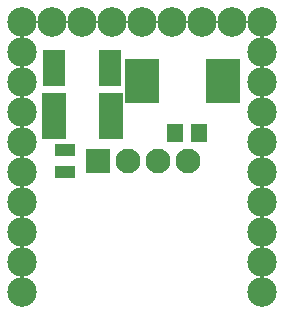
<source format=gbr>
G04 #@! TF.FileFunction,Soldermask,Top*
%FSLAX46Y46*%
G04 Gerber Fmt 4.6, Leading zero omitted, Abs format (unit mm)*
G04 Created by KiCad (PCBNEW 4.0.6) date 04/10/19 18:14:00*
%MOMM*%
%LPD*%
G01*
G04 APERTURE LIST*
%ADD10C,0.100000*%
%ADD11C,2.500000*%
%ADD12R,1.400000X1.650000*%
%ADD13R,1.900000X3.100000*%
%ADD14R,1.700000X1.100000*%
%ADD15R,2.100000X2.100000*%
%ADD16C,2.100000*%
%ADD17R,2.900000X3.700000*%
%ADD18R,2.000000X3.900000*%
G04 APERTURE END LIST*
D10*
D11*
X161658000Y-67860000D03*
X161658000Y-70400000D03*
X161658000Y-72940000D03*
X161658000Y-75480000D03*
X161658000Y-78020000D03*
X161658000Y-80560000D03*
X161658000Y-83100000D03*
X161658000Y-85640000D03*
X161658000Y-88180000D03*
X161658000Y-65320000D03*
X159118000Y-65320000D03*
X156578000Y-65320000D03*
X154038000Y-65320000D03*
X151498000Y-65320000D03*
X148958000Y-65320000D03*
X146418000Y-65320000D03*
X143878000Y-65320000D03*
X141338000Y-65320000D03*
X141338000Y-67860000D03*
X141338000Y-70400000D03*
X141338000Y-72940000D03*
X141338000Y-75480000D03*
X141338000Y-78020000D03*
X141338000Y-80560000D03*
X141338000Y-83100000D03*
X141338000Y-85640000D03*
X141338000Y-88180000D03*
D12*
X154361000Y-74775000D03*
X156361000Y-74775000D03*
D13*
X144061000Y-69225000D03*
X148861000Y-69225000D03*
D14*
X145011000Y-78075000D03*
X145011000Y-76175000D03*
D15*
X147811000Y-77075000D03*
D16*
X150351000Y-77075000D03*
X152891000Y-77075000D03*
X155431000Y-77075000D03*
D17*
X158361000Y-70375000D03*
X151561000Y-70375000D03*
D18*
X144071000Y-73325000D03*
X148951000Y-73325000D03*
M02*

</source>
